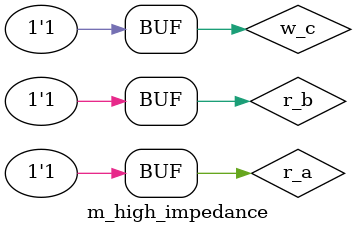
<source format=v>
module m_high_impedance();
  reg r_a, r_b;
  wire w_c, w_d;
  assign w_c = r_a & r_b;
  initial begin
    r_a <= 0;
    #100 r_a <= 0; r_b <= 1;
    #100 r_a <= 1; r_b <= 0;
    #100 r_a <= 1; r_b <= 1;
  end
  always@(*) #1 $display("%d %d %d %d %d", $time, r_a, r_b, w_c, w_d);
endmodule

</source>
